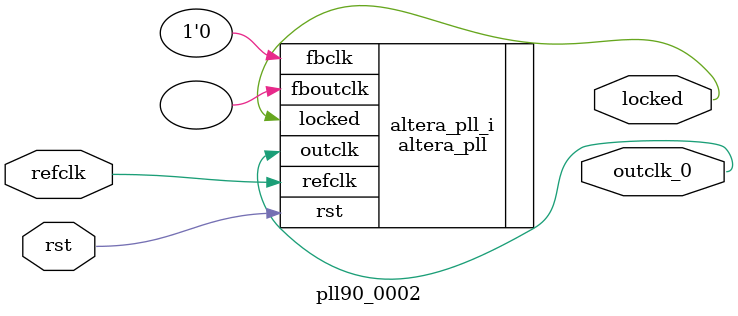
<source format=v>
`timescale 1ns/10ps
module  pll90_0002(

	// interface 'refclk'
	input wire refclk,

	// interface 'reset'
	input wire rst,

	// interface 'outclk0'
	output wire outclk_0,

	// interface 'locked'
	output wire locked
);

	altera_pll #(
		.fractional_vco_multiplier("false"),
		.reference_clock_frequency("50.0 MHz"),
		.operation_mode("direct"),
		.number_of_clocks(1),
		.output_clock_frequency0("90.000000 MHz"),
		.phase_shift0("0 ps"),
		.duty_cycle0(50),
		.output_clock_frequency1("0 MHz"),
		.phase_shift1("0 ps"),
		.duty_cycle1(50),
		.output_clock_frequency2("0 MHz"),
		.phase_shift2("0 ps"),
		.duty_cycle2(50),
		.output_clock_frequency3("0 MHz"),
		.phase_shift3("0 ps"),
		.duty_cycle3(50),
		.output_clock_frequency4("0 MHz"),
		.phase_shift4("0 ps"),
		.duty_cycle4(50),
		.output_clock_frequency5("0 MHz"),
		.phase_shift5("0 ps"),
		.duty_cycle5(50),
		.output_clock_frequency6("0 MHz"),
		.phase_shift6("0 ps"),
		.duty_cycle6(50),
		.output_clock_frequency7("0 MHz"),
		.phase_shift7("0 ps"),
		.duty_cycle7(50),
		.output_clock_frequency8("0 MHz"),
		.phase_shift8("0 ps"),
		.duty_cycle8(50),
		.output_clock_frequency9("0 MHz"),
		.phase_shift9("0 ps"),
		.duty_cycle9(50),
		.output_clock_frequency10("0 MHz"),
		.phase_shift10("0 ps"),
		.duty_cycle10(50),
		.output_clock_frequency11("0 MHz"),
		.phase_shift11("0 ps"),
		.duty_cycle11(50),
		.output_clock_frequency12("0 MHz"),
		.phase_shift12("0 ps"),
		.duty_cycle12(50),
		.output_clock_frequency13("0 MHz"),
		.phase_shift13("0 ps"),
		.duty_cycle13(50),
		.output_clock_frequency14("0 MHz"),
		.phase_shift14("0 ps"),
		.duty_cycle14(50),
		.output_clock_frequency15("0 MHz"),
		.phase_shift15("0 ps"),
		.duty_cycle15(50),
		.output_clock_frequency16("0 MHz"),
		.phase_shift16("0 ps"),
		.duty_cycle16(50),
		.output_clock_frequency17("0 MHz"),
		.phase_shift17("0 ps"),
		.duty_cycle17(50),
		.pll_type("General"),
		.pll_subtype("General")
	) altera_pll_i (
		.rst	(rst),
		.outclk	({outclk_0}),
		.locked	(locked),
		.fboutclk	( ),
		.fbclk	(1'b0),
		.refclk	(refclk)
	);
endmodule


</source>
